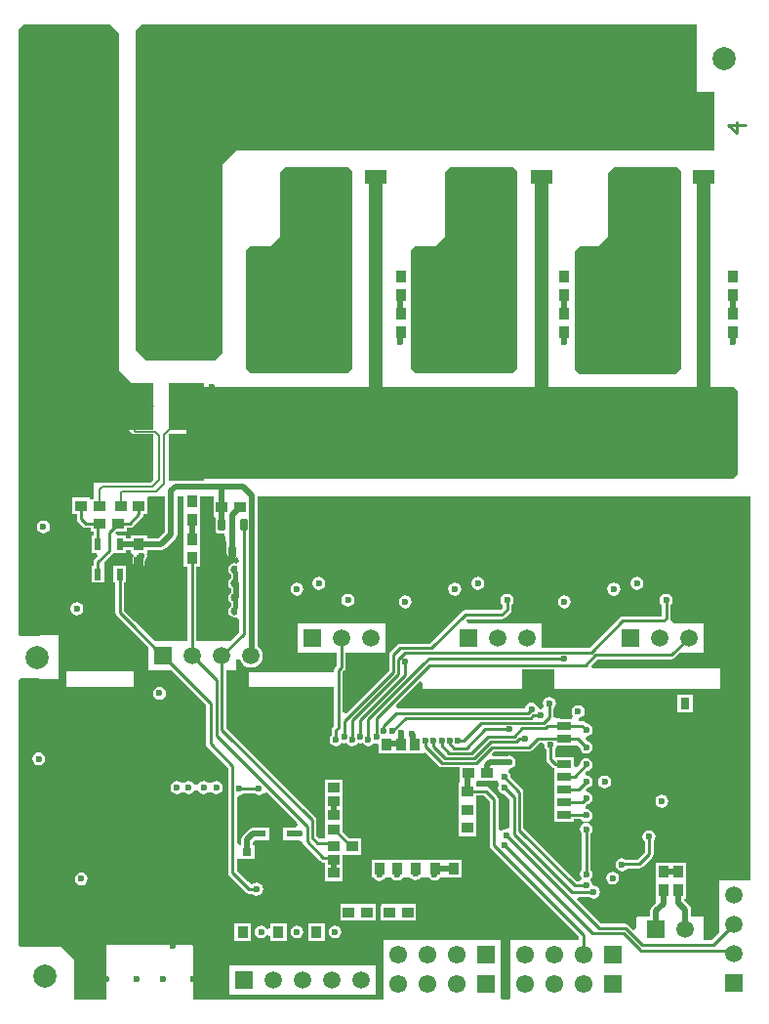
<source format=gbl>
%FSLAX44Y44*%
%MOMM*%
G71*
G01*
G75*
G04 Layer_Physical_Order=4*
G04 Layer_Color=16711680*
%ADD10R,0.9500X1.0000*%
%ADD11R,7.0000X7.0000*%
%ADD12O,0.3000X1.6500*%
%ADD13O,1.6500X0.3000*%
%ADD14R,1.3000X1.8500*%
%ADD15R,1.0000X0.9500*%
%ADD16R,1.8500X1.3000*%
G04:AMPARAMS|DCode=17|XSize=1.05mm|YSize=3.82mm|CornerRadius=0.0525mm|HoleSize=0mm|Usage=FLASHONLY|Rotation=180.000|XOffset=0mm|YOffset=0mm|HoleType=Round|Shape=RoundedRectangle|*
%AMROUNDEDRECTD17*
21,1,1.0500,3.7150,0,0,180.0*
21,1,0.9450,3.8200,0,0,180.0*
1,1,0.1050,-0.4725,1.8575*
1,1,0.1050,0.4725,1.8575*
1,1,0.1050,0.4725,-1.8575*
1,1,0.1050,-0.4725,-1.8575*
%
%ADD17ROUNDEDRECTD17*%
G04:AMPARAMS|DCode=18|XSize=7.48mm|YSize=8.55mm|CornerRadius=0.0374mm|HoleSize=0mm|Usage=FLASHONLY|Rotation=90.000|XOffset=0mm|YOffset=0mm|HoleType=Round|Shape=RoundedRectangle|*
%AMROUNDEDRECTD18*
21,1,7.4800,8.4752,0,0,90.0*
21,1,7.4052,8.5500,0,0,90.0*
1,1,0.0748,4.2376,3.7026*
1,1,0.0748,4.2376,-3.7026*
1,1,0.0748,-4.2376,-3.7026*
1,1,0.0748,-4.2376,3.7026*
%
%ADD18ROUNDEDRECTD18*%
G04:AMPARAMS|DCode=19|XSize=0.6mm|YSize=1mm|CornerRadius=0.15mm|HoleSize=0mm|Usage=FLASHONLY|Rotation=90.000|XOffset=0mm|YOffset=0mm|HoleType=Round|Shape=RoundedRectangle|*
%AMROUNDEDRECTD19*
21,1,0.6000,0.7000,0,0,90.0*
21,1,0.3000,1.0000,0,0,90.0*
1,1,0.3000,0.3500,0.1500*
1,1,0.3000,0.3500,-0.1500*
1,1,0.3000,-0.3500,-0.1500*
1,1,0.3000,-0.3500,0.1500*
%
%ADD19ROUNDEDRECTD19*%
%ADD20R,1.0000X0.6000*%
%ADD21R,2.1000X5.8000*%
%ADD22R,0.8000X0.6000*%
%ADD23R,1.6000X3.9000*%
%ADD24R,0.5000X0.6000*%
%ADD25R,0.6000X0.8000*%
%ADD26O,0.6000X1.9000*%
%ADD27R,0.6000X1.2000*%
%ADD28R,1.1500X1.4000*%
%ADD29R,1.8000X1.9000*%
%ADD30R,2.3000X1.9000*%
%ADD31R,0.4000X1.4000*%
%ADD32R,0.8000X0.8000*%
%ADD33R,1.0000X0.4000*%
%ADD34R,0.9000X1.4000*%
%ADD35R,2.2000X1.4000*%
%ADD36R,0.6500X0.4000*%
%ADD37R,1.6002X1.2700*%
%ADD38R,2.2000X1.1000*%
%ADD39C,1.2000*%
%ADD40C,0.2500*%
%ADD41C,0.2540*%
%ADD42C,0.5000*%
%ADD43C,0.4000*%
%ADD44C,1.0160*%
%ADD45C,1.1000*%
%ADD46C,0.8000*%
%ADD47C,0.7500*%
%ADD48C,0.7620*%
%ADD49C,1.0000*%
%ADD50C,0.6000*%
%ADD51C,0.2032*%
%ADD52C,0.3500*%
%ADD53C,2.0000*%
%ADD54C,1.5000*%
%ADD55R,1.5000X1.5000*%
%ADD56R,1.5500X1.5500*%
%ADD57C,1.5500*%
G04:AMPARAMS|DCode=58|XSize=1.55mm|YSize=1.55mm|CornerRadius=0.0465mm|HoleSize=0mm|Usage=FLASHONLY|Rotation=180.000|XOffset=0mm|YOffset=0mm|HoleType=Round|Shape=RoundedRectangle|*
%AMROUNDEDRECTD58*
21,1,1.5500,1.4570,0,0,180.0*
21,1,1.4570,1.5500,0,0,180.0*
1,1,0.0930,-0.7285,0.7285*
1,1,0.0930,0.7285,0.7285*
1,1,0.0930,0.7285,-0.7285*
1,1,0.0930,-0.7285,-0.7285*
%
%ADD58ROUNDEDRECTD58*%
%ADD59R,1.5000X1.5000*%
%ADD60R,0.7000X0.7000*%
%ADD61C,0.7000*%
%ADD62C,0.6000*%
%ADD63C,5.0000*%
%ADD64R,2.1590X2.7430*%
G04:AMPARAMS|DCode=65|XSize=3.1mm|YSize=4mm|CornerRadius=0.0465mm|HoleSize=0mm|Usage=FLASHONLY|Rotation=0.000|XOffset=0mm|YOffset=0mm|HoleType=Round|Shape=RoundedRectangle|*
%AMROUNDEDRECTD65*
21,1,3.1000,3.9070,0,0,0.0*
21,1,3.0070,4.0000,0,0,0.0*
1,1,0.0930,1.5035,-1.9535*
1,1,0.0930,-1.5035,-1.9535*
1,1,0.0930,-1.5035,1.9535*
1,1,0.0930,1.5035,1.9535*
%
%ADD65ROUNDEDRECTD65*%
G04:AMPARAMS|DCode=66|XSize=0.6mm|YSize=1mm|CornerRadius=0.051mm|HoleSize=0mm|Usage=FLASHONLY|Rotation=180.000|XOffset=0mm|YOffset=0mm|HoleType=Round|Shape=RoundedRectangle|*
%AMROUNDEDRECTD66*
21,1,0.6000,0.8980,0,0,180.0*
21,1,0.4980,1.0000,0,0,180.0*
1,1,0.1020,-0.2490,0.4490*
1,1,0.1020,0.2490,0.4490*
1,1,0.1020,0.2490,-0.4490*
1,1,0.1020,-0.2490,-0.4490*
%
%ADD66ROUNDEDRECTD66*%
%ADD67R,0.6000X1.0000*%
%ADD68R,1.2000X1.0000*%
%ADD69R,1.2000X0.7000*%
%ADD70R,0.8000X1.0000*%
%ADD71R,2.8000X1.0000*%
%ADD72R,1.9000X1.3000*%
G36*
X743654Y913089D02*
X743654D01*
Y898589D01*
X743697D01*
X745600Y896270D01*
X745402Y895272D01*
Y886292D01*
X745635Y885118D01*
X746301Y884122D01*
X747296Y883457D01*
X748471Y883223D01*
X753450D01*
X755363Y873610D01*
Y866782D01*
X755751Y864831D01*
X756856Y863177D01*
X758510Y862072D01*
X760461Y861684D01*
X762411Y862072D01*
X763491Y862794D01*
X764865Y862059D01*
X765594Y859149D01*
X765027Y858301D01*
X763818Y857309D01*
X762154Y857640D01*
X760008Y857213D01*
X758189Y855997D01*
X756973Y854178D01*
X756546Y852032D01*
X756973Y849886D01*
X758189Y848067D01*
X758989Y847532D01*
Y844532D01*
X758189Y843997D01*
X756973Y842178D01*
X756546Y840032D01*
X756973Y837886D01*
X758189Y836067D01*
X758989Y835532D01*
Y832532D01*
X758189Y831997D01*
X756973Y830178D01*
X756546Y828032D01*
X756973Y825886D01*
X758189Y824067D01*
X758989Y823532D01*
Y820532D01*
X758189Y819997D01*
X756973Y818178D01*
X756546Y816032D01*
X756973Y813886D01*
X758189Y812067D01*
X760008Y810851D01*
X762154Y810424D01*
X763818Y810755D01*
X765027Y809763D01*
X766137Y808102D01*
Y797622D01*
X758249Y789734D01*
X728977D01*
Y854532D01*
X732404D01*
Y868411D01*
X732404Y868411D01*
D01*
D01*
X732404Y869532D01*
Y869650D01*
Y870032D01*
X732404Y870532D01*
X732404Y871653D01*
X732404Y871653D01*
X732404D01*
Y885532D01*
D01*
Y885532D01*
X732404Y885532D01*
Y887532D01*
X732404D01*
Y901411D01*
X732404Y901411D01*
D01*
D01*
X732404Y902532D01*
Y902650D01*
Y903032D01*
X732404Y903532D01*
X732404Y904653D01*
X732404Y904653D01*
X732404D01*
Y915396D01*
X743654D01*
Y913089D01*
D02*
G37*
G36*
X654203Y1324032D02*
X661545Y1316606D01*
X661554Y1316597D01*
Y1024379D01*
Y1024278D01*
X691960Y993528D01*
X691754Y993320D01*
Y974899D01*
X677955D01*
X676029Y976825D01*
X674866Y977602D01*
X673494Y977875D01*
X672122Y977602D01*
X670959Y976825D01*
X670182Y975662D01*
X669909Y974290D01*
X670182Y972919D01*
X670959Y971756D01*
X673936Y968779D01*
X675099Y968002D01*
X676470Y967729D01*
X691754D01*
Y929976D01*
X688889Y927111D01*
X647648D01*
X647244Y927031D01*
X640153D01*
Y912932D01*
X636653D01*
Y914281D01*
X621653D01*
Y912932D01*
Y899781D01*
X625330D01*
Y896032D01*
X625330Y896032D01*
X625330D01*
X625620Y894568D01*
X626449Y893328D01*
X630450Y889327D01*
X631691Y888498D01*
X633154Y888207D01*
X637653D01*
Y884781D01*
X639829D01*
Y881531D01*
X638153D01*
Y866531D01*
X642326D01*
X643474Y863759D01*
X640949Y861234D01*
X640120Y859994D01*
X639829Y858531D01*
Y855531D01*
X638153D01*
Y840531D01*
X649153D01*
Y855531D01*
X649153D01*
X649153Y858624D01*
X655856Y865327D01*
X656685Y866567D01*
D01*
X656697Y866575D01*
X657153Y866531D01*
X657153Y866531D01*
X664518Y866531D01*
X664518Y866531D01*
Y866531D01*
X668153D01*
Y868933D01*
X671903D01*
Y866531D01*
X673131D01*
X674545Y863885D01*
X674443Y863732D01*
X674055Y861781D01*
Y858031D01*
X674443Y856080D01*
X675548Y854426D01*
X677202Y853321D01*
X679153Y852933D01*
X681104Y853321D01*
X682758Y854426D01*
X683863Y856080D01*
X684251Y858031D01*
Y859669D01*
X684759Y860177D01*
X685864Y861831D01*
X686252Y863782D01*
X685864Y865733D01*
X686290Y866531D01*
X686403D01*
Y868933D01*
X698615D01*
X700566Y869321D01*
X702220Y870426D01*
X710759Y878964D01*
X711864Y880618D01*
X712252Y882569D01*
Y915396D01*
X717904D01*
Y904653D01*
X717904Y904653D01*
X717904D01*
X717904Y903532D01*
Y902532D01*
D01*
D01*
D01*
X717904D01*
D01*
Y887532D01*
X717904Y887532D01*
X717904Y885532D01*
X717904D01*
Y871653D01*
X717904Y871653D01*
X717904D01*
X717904Y870532D01*
Y869532D01*
D01*
D01*
X717904D01*
Y854532D01*
X721331D01*
Y789734D01*
X692859D01*
X675358Y807236D01*
X666476Y816117D01*
Y840531D01*
X668153D01*
Y855531D01*
X657153D01*
Y840531D01*
X658829D01*
Y814533D01*
X658829Y814533D01*
X658829D01*
X659120Y813070D01*
X659949Y811830D01*
X669950Y801828D01*
X687454Y784325D01*
Y764332D01*
X707447D01*
X737331Y734448D01*
Y701060D01*
X737330Y701060D01*
X737331D01*
X737622Y699597D01*
X738450Y698356D01*
X756637Y680170D01*
Y589032D01*
X756637Y589032D01*
X756637D01*
X756928Y587569D01*
X757757Y586328D01*
X771757Y572328D01*
X772997Y571500D01*
X774461Y571209D01*
X777094D01*
X777189Y571067D01*
X779008Y569851D01*
X781154Y569424D01*
X783300Y569851D01*
X785119Y571067D01*
X786335Y572886D01*
X786762Y575032D01*
X786335Y577178D01*
X785119Y578997D01*
X783300Y580213D01*
X781154Y580640D01*
X779008Y580213D01*
X777189Y578997D01*
X773313Y581587D01*
X764284Y590616D01*
Y601382D01*
X767154D01*
Y601382D01*
X779154D01*
Y613382D01*
X778252D01*
Y615920D01*
X779864Y617532D01*
X792154D01*
Y628532D01*
X779154D01*
Y628130D01*
X778154D01*
X776203Y627742D01*
X774549Y626637D01*
X769549Y621637D01*
X768444Y619983D01*
X768056Y618032D01*
Y613382D01*
X767154Y613382D01*
Y613382D01*
X766405D01*
X764284Y615503D01*
Y654890D01*
X766154Y656424D01*
X768300Y656851D01*
X770119Y658067D01*
X770214Y658209D01*
X779094D01*
X779189Y658067D01*
X781008Y656851D01*
X783154Y656424D01*
X785300Y656851D01*
X787119Y658067D01*
X787309Y658350D01*
X790294Y658644D01*
X816324Y632615D01*
X816675Y630851D01*
X814771Y628532D01*
X804154D01*
Y617532D01*
X817154D01*
Y617532D01*
X817243Y617605D01*
X818154Y617424D01*
X818154Y617424D01*
X818154Y617424D01*
X819665Y616843D01*
X821143Y615856D01*
X821344Y614847D01*
X822172Y613606D01*
X836450Y599328D01*
X837691Y598500D01*
X839154Y598209D01*
X840654D01*
Y593463D01*
X840654D01*
Y581782D01*
X855654D01*
Y596282D01*
X855654D01*
Y604782D01*
X855654Y604782D01*
X856654D01*
Y604782D01*
X871654D01*
Y619282D01*
X861311D01*
X855654Y624939D01*
Y631782D01*
X855654D01*
Y643782D01*
Y655782D01*
Y670282D01*
X840654D01*
Y655782D01*
Y643782D01*
Y634282D01*
X840654D01*
Y619782D01*
X840654D01*
Y619702D01*
Y619782D01*
D01*
D01*
D01*
Y619782D01*
Y619282D01*
X840654Y618855D01*
X835738D01*
X832977Y621616D01*
Y635032D01*
X832686Y636495D01*
X831858Y637736D01*
X754777Y714816D01*
Y764332D01*
X763654D01*
Y774032D01*
X766611Y774421D01*
X767619Y771989D01*
X769222Y769900D01*
X771311Y768297D01*
X773744Y767289D01*
X776354Y766946D01*
X778964Y767289D01*
X781397Y768297D01*
X783486Y769900D01*
X785089Y771989D01*
X786097Y774421D01*
X786440Y777032D01*
X786097Y779642D01*
X785089Y782075D01*
X783486Y784164D01*
X782337Y785046D01*
Y915396D01*
X1209839D01*
Y582932D01*
X1207854D01*
Y582932D01*
X1182454D01*
Y537539D01*
X1175693Y530778D01*
X1168744D01*
Y551132D01*
X1158242D01*
Y557032D01*
X1157854Y558983D01*
X1156749Y560637D01*
X1151842Y565544D01*
Y566532D01*
X1153994D01*
Y580411D01*
X1153994Y580411D01*
D01*
D01*
X1153994Y581532D01*
Y581650D01*
Y582032D01*
X1153994Y582532D01*
X1153994Y583653D01*
X1153994Y583653D01*
X1153994D01*
Y597532D01*
X1127144D01*
Y583653D01*
X1127144Y583653D01*
X1127144D01*
X1127144Y582532D01*
Y581532D01*
D01*
D01*
X1127144D01*
Y566532D01*
X1127144D01*
X1127144Y562642D01*
X1124139Y559637D01*
X1123034Y557983D01*
X1122646Y556032D01*
Y551132D01*
X1111086D01*
X1110744Y550790D01*
Y540970D01*
X1107972Y539822D01*
X1103659Y544136D01*
X1102419Y544964D01*
X1100956Y545255D01*
X1080020D01*
X1059367Y565909D01*
X1060515Y568680D01*
X1069566D01*
X1069661Y568539D01*
X1071480Y567323D01*
X1073626Y566896D01*
X1075772Y567323D01*
X1077591Y568539D01*
X1078807Y570358D01*
X1079234Y572504D01*
X1078807Y574650D01*
X1077591Y576469D01*
X1075772Y577685D01*
X1075772D01*
X1073626Y578112D01*
D01*
D01*
D01*
X1073626Y578112D01*
D01*
D01*
D01*
X1072762Y578032D01*
X1072762D01*
X1072762Y578032D01*
X1072335Y580178D01*
X1071925Y580792D01*
X1071924Y580792D01*
X1071412Y581559D01*
X1071119Y581997D01*
Y584067D01*
X1072335Y585886D01*
X1072762Y588032D01*
X1072335Y590178D01*
X1071119Y591997D01*
X1070977Y592092D01*
Y622972D01*
X1071119Y623067D01*
X1072335Y624886D01*
X1072762Y627032D01*
X1072335Y629178D01*
X1071119Y630997D01*
X1069300Y632213D01*
X1067154Y632640D01*
X1065008Y632213D01*
X1063189Y630997D01*
X1061973Y629178D01*
X1061546Y627032D01*
X1061973Y624886D01*
X1063189Y623067D01*
X1063331Y622972D01*
Y592092D01*
X1063189Y591997D01*
X1061973Y590178D01*
X1061546Y588032D01*
X1061973Y585886D01*
X1062898Y584501D01*
X1061484Y581855D01*
X1058738D01*
X1012755Y627838D01*
Y659254D01*
X1012464Y660717D01*
X1011636Y661958D01*
X1001729Y671865D01*
X1001762Y672032D01*
X1001335Y674178D01*
X1000119Y675997D01*
X999548Y676379D01*
X1000154Y679424D01*
X1002300Y679851D01*
X1004119Y681067D01*
X1005335Y682886D01*
X1005762Y685032D01*
X1005335Y687178D01*
X1004119Y688997D01*
X1002300Y690213D01*
X1000154Y690640D01*
X998008Y690213D01*
X997884Y690130D01*
X986551D01*
X985403Y692902D01*
X986738Y694237D01*
X1017154D01*
X1018617Y694528D01*
X1019858Y695356D01*
X1026394Y701893D01*
X1029390Y701745D01*
X1030796Y700032D01*
X1031223Y697886D01*
X1032439Y696067D01*
X1032581Y695972D01*
Y687532D01*
X1032872Y686069D01*
X1033700Y684828D01*
X1037500Y681028D01*
X1038741Y680200D01*
X1039454Y680058D01*
Y677732D01*
Y666732D01*
Y655732D01*
Y644732D01*
Y633732D01*
X1056454D01*
Y635909D01*
X1062626D01*
X1063189Y635067D01*
X1065008Y633851D01*
X1067154Y633424D01*
X1069300Y633851D01*
X1071119Y635067D01*
X1072335Y636886D01*
X1072762Y639032D01*
X1072335Y641178D01*
X1071119Y642997D01*
X1069300Y644213D01*
X1067154Y644640D01*
X1066625Y644534D01*
X1066460Y644933D01*
X1067154Y648424D01*
X1069300Y648851D01*
X1071119Y650067D01*
X1072335Y651886D01*
X1072762Y654032D01*
X1072335Y656178D01*
X1071119Y657997D01*
X1069300Y659213D01*
X1067154Y659640D01*
X1066818Y661331D01*
X1066877Y661032D01*
X1067154Y662424D01*
X1069300Y662851D01*
X1071119Y664067D01*
X1072335Y665886D01*
X1072762Y668032D01*
X1072335Y670178D01*
X1071119Y671997D01*
X1069300Y673213D01*
X1067154Y673640D01*
X1066755Y675648D01*
X1066778Y675532D01*
X1067154Y677424D01*
X1069300Y677851D01*
X1071119Y679067D01*
X1072335Y680886D01*
X1072762Y683032D01*
X1072335Y685178D01*
X1071119Y686997D01*
X1069300Y688213D01*
X1067154Y688640D01*
X1065008Y688213D01*
X1063189Y686997D01*
X1061973Y685178D01*
X1061546Y683032D01*
X1061580Y682865D01*
X1059226Y680511D01*
X1056454Y681659D01*
Y689732D01*
X1040228D01*
Y695972D01*
X1040369Y696067D01*
X1041585Y697886D01*
X1041952Y699732D01*
X1056454D01*
Y699732D01*
X1060047Y699732D01*
X1061580Y698199D01*
X1061546Y698032D01*
X1061973Y695886D01*
X1063189Y694067D01*
X1065008Y692851D01*
X1067154Y692424D01*
X1069300Y692851D01*
X1071119Y694067D01*
X1072335Y695886D01*
X1072762Y698032D01*
X1072335Y700178D01*
X1071119Y701997D01*
X1069300Y703213D01*
X1067154Y703640D01*
X1066778Y705532D01*
X1067154Y707424D01*
X1069300Y707851D01*
X1071119Y709067D01*
X1072335Y710886D01*
X1072762Y713032D01*
X1072335Y715178D01*
X1071119Y716997D01*
X1069300Y718213D01*
X1067154Y718640D01*
X1066987Y718606D01*
X1066158Y719436D01*
X1064917Y720264D01*
X1063454Y720555D01*
X1061035D01*
X1060741Y723541D01*
X1062300Y723851D01*
X1064119Y725067D01*
X1065335Y726886D01*
X1065762Y729032D01*
X1065335Y731178D01*
X1064119Y732997D01*
X1062300Y734213D01*
X1060154Y734640D01*
X1058008Y734213D01*
X1056189Y732997D01*
X1054973Y731178D01*
X1054546Y729032D01*
X1054973Y726886D01*
X1055981Y725378D01*
X1054567Y722732D01*
X1046770D01*
X1038977Y724282D01*
D01*
Y731972D01*
X1039119Y732067D01*
X1040335Y733886D01*
X1040762Y736032D01*
X1040335Y738178D01*
X1039119Y739997D01*
X1037300Y741213D01*
X1035154Y741640D01*
X1033008Y741213D01*
X1031189Y739997D01*
X1029973Y738178D01*
X1029546Y736032D01*
X1029973Y733886D01*
X1030267Y733446D01*
X1028917Y731426D01*
X1027654Y731140D01*
X1027654Y731140D01*
Y731140D01*
X1027447Y731099D01*
X1024953Y732765D01*
X1024835Y733358D01*
X1023619Y735177D01*
X1021800Y736393D01*
X1019654Y736820D01*
X1017508Y736393D01*
X1015689Y735177D01*
X1014473Y733358D01*
X1014136Y731661D01*
X903110D01*
X901962Y734433D01*
X922632Y755103D01*
X925404Y753955D01*
Y749032D01*
X1011154D01*
Y765209D01*
X1039875D01*
X1039904Y748932D01*
X1183154D01*
Y766032D01*
X1072756D01*
X1071608Y768804D01*
X1077013Y774209D01*
X1140954D01*
X1142417Y774500D01*
X1143658Y775328D01*
X1143658Y775328D01*
X1143658Y775328D01*
X1148661Y780332D01*
X1168655D01*
Y805732D01*
X1168653Y805734D01*
X1143266D01*
X1140448Y807617D01*
X1140090Y808053D01*
X1140348Y809350D01*
Y821486D01*
X1140469Y821567D01*
X1141685Y823386D01*
X1142112Y825532D01*
X1141685Y827678D01*
X1140469Y829497D01*
X1138650Y830713D01*
X1136504Y831140D01*
X1134358Y830713D01*
X1132539Y829497D01*
X1131323Y827678D01*
X1130896Y825532D01*
X1131323Y823386D01*
X1132539Y821567D01*
X1132660Y821486D01*
Y811376D01*
X1098851D01*
X1097380Y811083D01*
X1096133Y810250D01*
X1096133Y810250D01*
X1069759Y783876D01*
X1028654D01*
Y805732D01*
X1028652Y805734D01*
X964259D01*
X963111Y808505D01*
X963746Y809140D01*
X994106D01*
X994106Y809140D01*
X995333Y809384D01*
X995577Y809433D01*
X996824Y810266D01*
X1001222Y814664D01*
X1001222Y814664D01*
X1001222Y814664D01*
X1002055Y815911D01*
X1002104Y816155D01*
X1002348Y817382D01*
X1002348Y817382D01*
Y821486D01*
X1002469Y821567D01*
X1003685Y823386D01*
X1004112Y825532D01*
X1003685Y827678D01*
X1002469Y829497D01*
X1000650Y830713D01*
X998504Y831140D01*
X996358Y830713D01*
X994539Y829497D01*
X993323Y827678D01*
X992896Y825532D01*
X993323Y823386D01*
X994539Y821567D01*
X994660Y821486D01*
Y818974D01*
X992514Y816828D01*
X962154D01*
X962154Y816828D01*
X960927Y816584D01*
X960683Y816535D01*
X959436Y815702D01*
X931610Y787876D01*
X905836D01*
X905836Y787876D01*
X904609Y787632D01*
X904365Y787583D01*
X903118Y786750D01*
X897118Y780750D01*
X896285Y779503D01*
X896236Y779259D01*
X895992Y778032D01*
X895992Y778032D01*
Y764663D01*
X858749Y727420D01*
X855977Y728568D01*
Y763448D01*
X857258Y764728D01*
X858086Y765969D01*
X858377Y767432D01*
Y780332D01*
X892654D01*
Y805732D01*
X892652Y805734D01*
X816456D01*
X816454Y805732D01*
Y780332D01*
X850731D01*
Y769016D01*
X849450Y767736D01*
X848622Y766495D01*
X848331Y765032D01*
Y763032D01*
X774154D01*
Y750032D01*
X848331D01*
Y716366D01*
X847450Y715486D01*
X846622Y714245D01*
X846331Y712782D01*
Y708592D01*
X846189Y708497D01*
X844973Y706678D01*
X844546Y704532D01*
X844973Y702386D01*
X846189Y700567D01*
X848008Y699351D01*
X850154Y698924D01*
X852300Y699351D01*
X854119Y700567D01*
X854973Y701844D01*
X855008Y701851D01*
Y701851D01*
X855008Y701851D01*
X857154Y701424D01*
X859300Y701851D01*
X859300Y701851D01*
X859300Y701851D01*
X859335Y701844D01*
X860188Y700567D01*
X862007Y699351D01*
X864153Y698924D01*
X866299Y699351D01*
X868119Y700567D01*
X868987Y701865D01*
X869008Y701851D01*
X871154Y701424D01*
X873300Y701851D01*
X873300Y701851D01*
X873300Y701851D01*
X873335Y701844D01*
X874188Y700567D01*
X876007Y699351D01*
X878153Y698924D01*
X880299Y699351D01*
X882119Y700567D01*
X882323Y700872D01*
X885290Y701312D01*
X886904Y699988D01*
Y692532D01*
X925404D01*
X925404Y692532D01*
Y692532D01*
X927839Y693540D01*
X939606Y681772D01*
X940847Y680944D01*
X942310Y680653D01*
X957654D01*
Y668782D01*
X957654D01*
Y668282D01*
X956654Y667282D01*
X956654D01*
Y653403D01*
X956654Y653403D01*
X956654D01*
X956654Y652782D01*
X956654Y651282D01*
D01*
D01*
D01*
D01*
X956654D01*
Y637403D01*
X956654Y637403D01*
X956654D01*
X956654Y636782D01*
Y635282D01*
D01*
D01*
D01*
D01*
X956654D01*
Y620782D01*
X971654D01*
Y634661D01*
X971654Y634661D01*
D01*
D01*
X971654Y635282D01*
Y635547D01*
Y636032D01*
Y636228D01*
Y636782D01*
X971654Y637231D01*
X971654Y637403D01*
X971654Y637403D01*
X971654D01*
Y650661D01*
X971654Y650661D01*
D01*
D01*
X971654Y651282D01*
Y651464D01*
X971654Y652782D01*
X971654Y653231D01*
X971654Y653403D01*
X971654Y653403D01*
X971654D01*
Y656208D01*
X978320D01*
X983331Y651198D01*
Y613293D01*
X983331Y613293D01*
X983331D01*
X983622Y611830D01*
X984450Y610589D01*
X1061031Y534009D01*
Y531032D01*
X1001354D01*
Y480632D01*
X1001354D01*
D01*
X1000068Y479347D01*
X994640D01*
X992954Y481032D01*
X992954Y481468D01*
X992954Y481468D01*
X992954D01*
Y531432D01*
X891354D01*
Y481468D01*
X891354Y481468D01*
X891354D01*
X891354Y480632D01*
X890068Y479347D01*
X726154D01*
Y526032D01*
X725654Y526532D01*
X651154D01*
Y479347D01*
X622521D01*
Y482290D01*
X622521Y514464D01*
X611831Y525154D01*
X583865D01*
X577817Y525260D01*
X577240Y524684D01*
X574468Y525832D01*
Y755844D01*
X576619Y757936D01*
X609154Y757032D01*
Y795032D01*
X576619Y794128D01*
X574468Y796220D01*
X574468Y912932D01*
Y1319927D01*
X578527Y1324032D01*
X654203D01*
Y1324032D01*
D02*
G37*
G36*
X988654Y668782D02*
X990199D01*
X991613Y666136D01*
X990973Y665178D01*
X990546Y663032D01*
X990973Y660886D01*
X992189Y659067D01*
X994008Y657851D01*
X996154Y657424D01*
X996321Y657458D01*
X1000831Y652948D01*
Y629298D01*
X998512Y627395D01*
X997974Y627502D01*
X995828Y627075D01*
X994009Y625859D01*
X993848Y625619D01*
X990977Y626490D01*
Y652782D01*
X990686Y654245D01*
X989858Y655486D01*
X982608Y662736D01*
X981367Y663564D01*
X979904Y663855D01*
X971654D01*
Y667282D01*
X971654D01*
Y667782D01*
X972654Y668782D01*
X972654D01*
D01*
D01*
X973654D01*
Y668782D01*
X988654D01*
Y668782D01*
D02*
G37*
G36*
X763420Y855309D02*
X763521D01*
X763618Y855279D01*
D01*
X764343Y855001D01*
Y855001D01*
D01*
X766137Y836779D01*
Y831284D01*
X764343Y813063D01*
X763618Y812785D01*
D01*
X763521Y812755D01*
X763420D01*
X762154Y812503D01*
X760804Y812772D01*
X759659Y813537D01*
X758894Y814682D01*
X758625Y816032D01*
X758894Y817382D01*
X759659Y818527D01*
X760122Y818837D01*
X760264Y818978D01*
X760431Y819090D01*
X760543Y819257D01*
X760685Y819399D01*
X760761Y819585D01*
X760873Y819752D01*
X760912Y819949D01*
X760989Y820134D01*
Y820335D01*
X761028Y820532D01*
Y823532D01*
X760989Y823729D01*
Y823930D01*
X760912Y824115D01*
X760873Y824312D01*
X760761Y824479D01*
X760685Y824665D01*
X760543Y824807D01*
X760431Y824974D01*
X760264Y825086D01*
X760122Y825228D01*
X759659Y825537D01*
X758894Y826682D01*
X758625Y828032D01*
X758894Y829382D01*
X759659Y830527D01*
X760122Y830836D01*
X760264Y830978D01*
X760431Y831090D01*
X760543Y831257D01*
X760685Y831399D01*
X760761Y831585D01*
X760873Y831752D01*
X760912Y831949D01*
X760989Y832134D01*
Y832335D01*
X761028Y832532D01*
Y835532D01*
X760989Y835729D01*
Y835930D01*
X760912Y836115D01*
X760873Y836312D01*
X760761Y836479D01*
X760685Y836665D01*
X760543Y836807D01*
X760431Y836974D01*
X760264Y837086D01*
X760122Y837227D01*
X759659Y837537D01*
X758894Y838682D01*
X758625Y840032D01*
X758894Y841382D01*
X759659Y842527D01*
X760122Y842837D01*
X760264Y842978D01*
X760431Y843090D01*
X760543Y843257D01*
X760685Y843399D01*
X760761Y843585D01*
X760873Y843752D01*
X760912Y843949D01*
X760989Y844134D01*
Y844335D01*
X761028Y844532D01*
Y847532D01*
X760989Y847729D01*
Y847930D01*
X760912Y848115D01*
X760873Y848312D01*
X760761Y848479D01*
X760685Y848665D01*
X760543Y848807D01*
X760431Y848974D01*
X760264Y849086D01*
X760122Y849228D01*
X759659Y849537D01*
X758894Y850682D01*
X758625Y852032D01*
X758894Y853382D01*
X759659Y854527D01*
X760804Y855292D01*
X762154Y855561D01*
X763420Y855309D01*
D02*
G37*
G36*
X702056Y884681D02*
X696504Y879129D01*
X686403D01*
Y881531D01*
X671903D01*
Y879129D01*
X668153D01*
Y881531D01*
X659980D01*
X658832Y884302D01*
X659310Y884781D01*
X668653D01*
Y888207D01*
X671153D01*
X672616Y888498D01*
X673857Y889327D01*
X681857Y897327D01*
X682685Y898567D01*
X682927Y899781D01*
X686653D01*
Y913275D01*
X686653Y913275D01*
D01*
D01*
X686653Y914281D01*
D01*
X687768Y915396D01*
X702056D01*
Y884681D01*
D02*
G37*
G36*
X1007154Y1197098D02*
Y1026087D01*
X1007031Y1025966D01*
X1003031Y1022032D01*
X919154D01*
X915198Y1025923D01*
Y1026009D01*
Y1128465D01*
X919154Y1132356D01*
X936169D01*
X944305Y1140358D01*
Y1186665D01*
Y1191295D01*
Y1194049D01*
Y1194372D01*
Y1194442D01*
Y1194541D01*
Y1195771D01*
X945654Y1197098D01*
X949654Y1201032D01*
X1003154D01*
X1007154Y1197098D01*
D02*
G37*
G36*
X1163154Y1266032D02*
X1178154D01*
Y1215532D01*
X1177960Y1215344D01*
X1094659D01*
X1094659Y1215344D01*
X813548D01*
X813457Y1215432D01*
X764894D01*
X764803Y1215344D01*
X764686D01*
X751995Y1203032D01*
Y1041032D01*
X751995Y1041032D01*
X751995Y1041032D01*
X751995Y1039910D01*
X744905Y1033032D01*
X685356D01*
X676154Y1041958D01*
Y1043032D01*
Y1319287D01*
X676170Y1319302D01*
X681489Y1324462D01*
Y1324718D01*
X1163154D01*
Y1266032D01*
D02*
G37*
G36*
X864154Y1197098D02*
Y1026087D01*
X864031Y1025966D01*
X860031Y1022032D01*
X776154D01*
X772197Y1025923D01*
Y1026009D01*
Y1128465D01*
X776154Y1132356D01*
X793169D01*
X801305Y1140358D01*
Y1186665D01*
Y1191295D01*
Y1194049D01*
Y1194372D01*
Y1194442D01*
Y1194541D01*
Y1195771D01*
X802654Y1197098D01*
X806654Y1201032D01*
X860154D01*
X864154Y1197098D01*
D02*
G37*
G36*
X1198954Y1006409D02*
Y934894D01*
Y934598D01*
X1195154Y930926D01*
X1195048Y931028D01*
X720205D01*
Y931030D01*
X720154Y931079D01*
Y1009716D01*
X720381Y1009812D01*
Y1009812D01*
X720382Y1009812D01*
X1195433D01*
X1198954Y1006409D01*
D02*
G37*
G36*
X1149154Y1197089D02*
Y1025713D01*
X1149031Y1025592D01*
X1145031Y1021650D01*
X1061154D01*
X1057197Y1025549D01*
Y1025635D01*
Y1128310D01*
X1061154Y1132209D01*
X1078169D01*
X1086305Y1140228D01*
Y1186635D01*
Y1191274D01*
Y1194034D01*
Y1194358D01*
Y1194428D01*
Y1194527D01*
Y1195760D01*
X1087654Y1197089D01*
X1091654Y1201032D01*
X1145154D01*
X1149154Y1197089D01*
D02*
G37*
%LPC*%
G36*
X943404Y600532D02*
Y600532D01*
X928904D01*
D01*
D01*
X928904Y600532D01*
X926404D01*
Y600532D01*
X912525D01*
X912525Y600532D01*
Y600532D01*
X911904Y600532D01*
X911154D01*
X910404D01*
X909783Y600532D01*
X909783Y600532D01*
Y600532D01*
X897525D01*
X897525Y600532D01*
Y600532D01*
X895904Y600532D01*
X895654D01*
X895404D01*
X893783Y600532D01*
X893783Y600532D01*
Y600532D01*
X880904D01*
Y585532D01*
X882444D01*
X882473Y585386D01*
X883689Y583567D01*
X885508Y582351D01*
X887654Y581924D01*
X889800Y582351D01*
X891619Y583567D01*
X892835Y585386D01*
X892864Y585532D01*
X895404D01*
Y585532D01*
X895904D01*
X897525Y585532D01*
X897525Y585532D01*
Y585532D01*
X898210D01*
X899189Y584067D01*
X901008Y582851D01*
X903154Y582424D01*
X905300Y582851D01*
X907119Y584067D01*
X908098Y585532D01*
X910404D01*
Y585532D01*
X911904D01*
X912525Y585532D01*
X912525Y585532D01*
Y585532D01*
X914544D01*
X915189Y584567D01*
X917008Y583351D01*
X919154Y582924D01*
X921300Y583351D01*
X923119Y584567D01*
X923764Y585532D01*
X926404D01*
Y585532D01*
X926404D01*
X926404Y585532D01*
X928904D01*
Y585532D01*
X930710D01*
X931689Y584067D01*
X933508Y582851D01*
X935654Y582424D01*
X937800Y582851D01*
X939619Y584067D01*
X940598Y585532D01*
X943404D01*
Y585532D01*
X943404D01*
X943404Y585532D01*
X944904D01*
Y585532D01*
X959404D01*
Y600532D01*
X944904D01*
D01*
D01*
X944904Y600532D01*
X943404D01*
D02*
G37*
G36*
X1090154Y590140D02*
X1088008Y589713D01*
X1086189Y588497D01*
X1084973Y586678D01*
X1084546Y584532D01*
X1084973Y582386D01*
X1086189Y580567D01*
X1088008Y579351D01*
X1090154Y578924D01*
X1092300Y579351D01*
X1094119Y580567D01*
X1095335Y582386D01*
X1095762Y584532D01*
X1095335Y586678D01*
X1094119Y588497D01*
X1092300Y589713D01*
X1090154Y590140D01*
D02*
G37*
G36*
X1121694Y626140D02*
X1119548Y625713D01*
X1117729Y624497D01*
X1116513Y622678D01*
X1116086Y620532D01*
X1116513Y618386D01*
X1117729Y616567D01*
X1117871Y616472D01*
Y606816D01*
X1111910Y600855D01*
X1101209D01*
X1100300Y601463D01*
X1098154Y601890D01*
X1096008Y601463D01*
X1094189Y600247D01*
X1092973Y598428D01*
X1092546Y596282D01*
X1092973Y594136D01*
X1094189Y592317D01*
X1096008Y591101D01*
X1098154Y590674D01*
X1100300Y591101D01*
X1102119Y592317D01*
X1102715Y593209D01*
X1113494D01*
X1114957Y593500D01*
X1116198Y594328D01*
X1124398Y602528D01*
X1125226Y603769D01*
X1125517Y605232D01*
Y616472D01*
X1125659Y616567D01*
X1126875Y618386D01*
X1127302Y620532D01*
X1126875Y622678D01*
X1125659Y624497D01*
X1123840Y625713D01*
X1121694Y626140D01*
D02*
G37*
G36*
X746154Y668640D02*
X744008Y668213D01*
X742189Y666997D01*
X742154Y666945D01*
X739154D01*
X739119Y666997D01*
X737300Y668213D01*
X735154Y668640D01*
X733008Y668213D01*
X731189Y666997D01*
X730154Y665449D01*
X727154D01*
X726119Y666997D01*
X724300Y668213D01*
X722154Y668640D01*
X720008Y668213D01*
X718189Y666997D01*
X716119D01*
X714300Y668213D01*
X712154Y668640D01*
X710008Y668213D01*
X708189Y666997D01*
X706973Y665178D01*
X706546Y663032D01*
X706973Y660886D01*
X708189Y659067D01*
X710008Y657851D01*
X712154Y657424D01*
X714300Y657851D01*
X716119Y659067D01*
X718189D01*
X720008Y657851D01*
X722154Y657424D01*
X724300Y657851D01*
X726119Y659067D01*
X727154Y660615D01*
X730154D01*
X731189Y659067D01*
X733008Y657851D01*
X735154Y657424D01*
X737300Y657851D01*
X739119Y659067D01*
X739154Y659119D01*
X742154D01*
X742189Y659067D01*
X744008Y657851D01*
X746154Y657424D01*
X748300Y657851D01*
X750119Y659067D01*
X751335Y660886D01*
X751762Y663032D01*
X751335Y665178D01*
X750119Y666997D01*
X748300Y668213D01*
X746154Y668640D01*
D02*
G37*
G36*
X1083154Y673640D02*
X1081008Y673213D01*
X1079189Y671997D01*
X1077973Y670178D01*
X1077546Y668032D01*
X1077973Y665886D01*
X1079189Y664067D01*
X1081008Y662851D01*
X1083154Y662424D01*
X1085300Y662851D01*
X1087119Y664067D01*
X1088335Y665886D01*
X1088762Y668032D01*
X1088335Y670178D01*
X1087119Y671997D01*
X1085300Y673213D01*
X1083154Y673640D01*
D02*
G37*
G36*
X1132744Y656752D02*
X1130598Y656325D01*
X1128779Y655109D01*
X1127563Y653290D01*
X1127136Y651144D01*
X1127563Y648998D01*
X1128779Y647179D01*
X1130598Y645963D01*
X1132744Y645536D01*
X1134890Y645963D01*
X1136709Y647179D01*
X1137925Y648998D01*
X1138352Y651144D01*
X1137925Y653290D01*
X1136709Y655109D01*
X1134890Y656325D01*
X1132744Y656752D01*
D02*
G37*
G36*
X629154Y589640D02*
X627008Y589213D01*
X625189Y587997D01*
X623973Y586178D01*
X623546Y584032D01*
X623973Y581886D01*
X625189Y580067D01*
X627008Y578851D01*
X629154Y578424D01*
X631300Y578851D01*
X633119Y580067D01*
X634335Y581886D01*
X634762Y584032D01*
X634335Y586178D01*
X633119Y587997D01*
X631300Y589213D01*
X629154Y589640D01*
D02*
G37*
G36*
X840404Y545532D02*
X825904D01*
Y530532D01*
X840404D01*
Y545532D01*
D02*
G37*
G36*
X816154Y543640D02*
X814008Y543213D01*
X812189Y541997D01*
X810973Y540178D01*
X810546Y538032D01*
X810973Y535886D01*
X812189Y534067D01*
X814008Y532851D01*
X816154Y532424D01*
X818300Y532851D01*
X820119Y534067D01*
X821335Y535886D01*
X821762Y538032D01*
X821335Y540178D01*
X820119Y541997D01*
X818300Y543213D01*
X816154Y543640D01*
D02*
G37*
G36*
X884454Y508731D02*
X884453Y508730D01*
X757456D01*
Y483334D01*
X757457Y483335D01*
X884454D01*
Y508731D01*
D02*
G37*
G36*
X776404Y545532D02*
X761904D01*
Y530532D01*
X776404D01*
Y545532D01*
D02*
G37*
G36*
X870775Y562282D02*
Y562282D01*
X869654Y562282D01*
X869154D01*
X868654D01*
X867533Y562282D01*
X867533Y562282D01*
Y562282D01*
X853654D01*
Y547782D01*
X868654D01*
Y547782D01*
X869654D01*
X870775Y547782D01*
X870775Y547782D01*
Y547782D01*
X884654D01*
Y562282D01*
X870775D01*
X870775Y562282D01*
D02*
G37*
G36*
X905775D02*
Y562282D01*
X904654Y562282D01*
X904154D01*
X903654D01*
X902533Y562282D01*
X902533Y562282D01*
Y562282D01*
X888654D01*
Y547782D01*
X903654D01*
Y547782D01*
X904654D01*
X905775Y547782D01*
X905775Y547782D01*
Y547782D01*
X919654D01*
Y562282D01*
X905775D01*
X905775Y562282D01*
D02*
G37*
G36*
X849154Y543640D02*
X847008Y543213D01*
X845189Y541997D01*
X843973Y540178D01*
X843546Y538032D01*
X843973Y535886D01*
X845189Y534067D01*
X847008Y532851D01*
X849154Y532424D01*
X851300Y532851D01*
X853119Y534067D01*
X854335Y535886D01*
X854762Y538032D01*
X854335Y540178D01*
X853119Y541997D01*
X851300Y543213D01*
X849154Y543640D01*
D02*
G37*
G36*
X807404Y545532D02*
X792904D01*
Y541500D01*
X790033Y540630D01*
X789119Y541997D01*
X787300Y543213D01*
X785154Y543640D01*
X783008Y543213D01*
X781189Y541997D01*
X779973Y540178D01*
X779546Y538032D01*
X779973Y535886D01*
X781189Y534067D01*
X783008Y532851D01*
X785154Y532424D01*
X787300Y532851D01*
X789119Y534067D01*
X790033Y535434D01*
X792904Y534564D01*
Y530532D01*
X807404D01*
Y545532D01*
D02*
G37*
G36*
X1091154Y840640D02*
X1089008Y840213D01*
X1087189Y838997D01*
X1085973Y837178D01*
X1085546Y835032D01*
X1085973Y832886D01*
X1087189Y831067D01*
X1089008Y829851D01*
X1091154Y829424D01*
X1093300Y829851D01*
X1095119Y831067D01*
X1096335Y832886D01*
X1096762Y835032D01*
X1096335Y837178D01*
X1095119Y838997D01*
X1093300Y840213D01*
X1091154Y840640D01*
D02*
G37*
G36*
X953154D02*
X951008Y840213D01*
X949189Y838997D01*
X947973Y837178D01*
X947546Y835032D01*
X947973Y832886D01*
X949189Y831067D01*
X951008Y829851D01*
X953154Y829424D01*
X955300Y829851D01*
X957119Y831067D01*
X958335Y832886D01*
X958762Y835032D01*
X958335Y837178D01*
X957119Y838997D01*
X955300Y840213D01*
X953154Y840640D01*
D02*
G37*
G36*
X816154D02*
X814008Y840213D01*
X812189Y838997D01*
X810973Y837178D01*
X810546Y835032D01*
X810973Y832886D01*
X812189Y831067D01*
X814008Y829851D01*
X816154Y829424D01*
X818300Y829851D01*
X820119Y831067D01*
X821335Y832886D01*
X821762Y835032D01*
X821335Y837178D01*
X820119Y838997D01*
X818300Y840213D01*
X816154Y840640D01*
D02*
G37*
G36*
X835154Y845640D02*
X833008Y845213D01*
X831189Y843997D01*
X829973Y842178D01*
X829546Y840032D01*
X829973Y837886D01*
X831189Y836067D01*
X833008Y834851D01*
X835154Y834424D01*
X837300Y834851D01*
X839119Y836067D01*
X840335Y837886D01*
X840762Y840032D01*
X840335Y842178D01*
X839119Y843997D01*
X837300Y845213D01*
X835154Y845640D01*
D02*
G37*
G36*
X596154Y894640D02*
X594008Y894213D01*
X592189Y892997D01*
X590973Y891178D01*
X590546Y889032D01*
X590973Y886886D01*
X592189Y885067D01*
X594008Y883851D01*
X596154Y883424D01*
X598300Y883851D01*
X600119Y885067D01*
X601335Y886886D01*
X601762Y889032D01*
X601335Y891178D01*
X600119Y892997D01*
X598300Y894213D01*
X596154Y894640D01*
D02*
G37*
G36*
X1111154Y845640D02*
X1109008Y845213D01*
X1107189Y843997D01*
X1105973Y842178D01*
X1105546Y840032D01*
X1105973Y837886D01*
X1107189Y836067D01*
X1109008Y834851D01*
X1111154Y834424D01*
X1113300Y834851D01*
X1115119Y836067D01*
X1116335Y837886D01*
X1116762Y840032D01*
X1116335Y842178D01*
X1115119Y843997D01*
X1113300Y845213D01*
X1111154Y845640D01*
D02*
G37*
G36*
X973154D02*
X971008Y845213D01*
X969189Y843997D01*
X967973Y842178D01*
X967546Y840032D01*
X967973Y837886D01*
X969189Y836067D01*
X971008Y834851D01*
X973154Y834424D01*
X975300Y834851D01*
X977119Y836067D01*
X978335Y837886D01*
X978762Y840032D01*
X978335Y842178D01*
X977119Y843997D01*
X975300Y845213D01*
X973154Y845640D01*
D02*
G37*
G36*
X860504Y831140D02*
X858358Y830713D01*
X856539Y829497D01*
X855323Y827678D01*
X854896Y825532D01*
X855323Y823386D01*
X856539Y821567D01*
X858358Y820351D01*
X860504Y819924D01*
X862650Y820351D01*
X864469Y821567D01*
X865685Y823386D01*
X866112Y825532D01*
X865685Y827678D01*
X864469Y829497D01*
X862650Y830713D01*
X860504Y831140D01*
D02*
G37*
G36*
X696932Y750418D02*
X694786Y749991D01*
X692967Y748775D01*
X691751Y746956D01*
X691324Y744810D01*
X691751Y742664D01*
X692967Y740845D01*
X694786Y739629D01*
X696932Y739202D01*
X699078Y739629D01*
X700897Y740845D01*
X702113Y742664D01*
X702540Y744810D01*
X702113Y746956D01*
X700897Y748775D01*
X699078Y749991D01*
X696932Y750418D01*
D02*
G37*
G36*
X1159454Y743232D02*
X1146454D01*
Y728232D01*
X1159454D01*
Y743232D01*
D02*
G37*
G36*
X592154Y693640D02*
X590008Y693213D01*
X588189Y691997D01*
X586973Y690178D01*
X586546Y688032D01*
X586973Y685886D01*
X588189Y684067D01*
X590008Y682851D01*
X592154Y682424D01*
X594300Y682851D01*
X596119Y684067D01*
X597335Y685886D01*
X597762Y688032D01*
X597335Y690178D01*
X596119Y691997D01*
X594300Y693213D01*
X592154Y693640D01*
D02*
G37*
G36*
X674403Y764032D02*
X615784D01*
Y750032D01*
X674403D01*
Y764032D01*
D02*
G37*
G36*
X1048154Y829640D02*
X1046008Y829213D01*
X1044189Y827997D01*
X1042973Y826178D01*
X1042546Y824032D01*
X1042973Y821886D01*
X1044189Y820067D01*
X1046008Y818851D01*
X1048154Y818424D01*
X1050300Y818851D01*
X1052119Y820067D01*
X1053335Y821886D01*
X1053762Y824032D01*
X1053335Y826178D01*
X1052119Y827997D01*
X1050300Y829213D01*
X1048154Y829640D01*
D02*
G37*
G36*
X910154D02*
X908008Y829213D01*
X906189Y827997D01*
X904973Y826178D01*
X904546Y824032D01*
X904973Y821886D01*
X906189Y820067D01*
X908008Y818851D01*
X910154Y818424D01*
X912300Y818851D01*
X914119Y820067D01*
X915335Y821886D01*
X915762Y824032D01*
X915335Y826178D01*
X914119Y827997D01*
X912300Y829213D01*
X910154Y829640D01*
D02*
G37*
G36*
X625314Y823640D02*
X623168Y823213D01*
X621349Y821997D01*
X620133Y820178D01*
X619706Y818032D01*
X620133Y815886D01*
X621349Y814067D01*
X623168Y812851D01*
X625314Y812424D01*
X627460Y812851D01*
X629279Y814067D01*
X630495Y815886D01*
X630922Y818032D01*
X630495Y820178D01*
X629279Y821997D01*
X627460Y823213D01*
X625314Y823640D01*
D02*
G37*
%LPD*%
D10*
X1194154Y1090032D02*
D03*
Y1106032D02*
D03*
X1048154Y1090032D02*
D03*
Y1106032D02*
D03*
X906154Y1090032D02*
D03*
Y1106032D02*
D03*
X725154Y862032D02*
D03*
Y878032D02*
D03*
X1194154Y1058032D02*
D03*
Y1074032D02*
D03*
X1048154Y1058032D02*
D03*
Y1074032D02*
D03*
X906154Y1058032D02*
D03*
Y1074032D02*
D03*
X725154Y895032D02*
D03*
Y911032D02*
D03*
X679153Y858031D02*
D03*
Y874031D02*
D03*
X906154Y684032D02*
D03*
Y700032D02*
D03*
X918154Y684032D02*
D03*
Y700032D02*
D03*
X894154Y684032D02*
D03*
Y700032D02*
D03*
X888154Y609032D02*
D03*
Y593032D02*
D03*
X919154Y609032D02*
D03*
Y593032D02*
D03*
X903154Y609032D02*
D03*
Y593032D02*
D03*
X936154D02*
D03*
Y609032D02*
D03*
X952154Y593032D02*
D03*
Y609032D02*
D03*
X833154Y538032D02*
D03*
Y522032D02*
D03*
X769154Y538032D02*
D03*
Y522032D02*
D03*
X800154D02*
D03*
Y538032D02*
D03*
X1146744Y590032D02*
D03*
Y574032D02*
D03*
X1134394Y590032D02*
D03*
Y574032D02*
D03*
D14*
X654654Y1164032D02*
D03*
X683654D02*
D03*
X682654Y1125032D02*
D03*
X653654D02*
D03*
D15*
X848154Y627032D02*
D03*
X864154D02*
D03*
X864154Y612032D02*
D03*
X848154D02*
D03*
X864154Y589032D02*
D03*
X848154D02*
D03*
X848154Y600713D02*
D03*
X864154D02*
D03*
X981154Y676032D02*
D03*
X965154D02*
D03*
X964154Y660032D02*
D03*
X948154D02*
D03*
X948154Y644032D02*
D03*
X964154D02*
D03*
X948154Y628032D02*
D03*
X964154D02*
D03*
X864154Y639032D02*
D03*
X848154D02*
D03*
X864154Y651032D02*
D03*
X848154D02*
D03*
X864154Y663032D02*
D03*
X848154D02*
D03*
X751154Y905838D02*
D03*
X767154D02*
D03*
X661153Y892031D02*
D03*
X645153D02*
D03*
Y907031D02*
D03*
X629153D02*
D03*
X663153D02*
D03*
X679153D02*
D03*
X912154Y555032D02*
D03*
X896154D02*
D03*
X861154D02*
D03*
X877154D02*
D03*
D16*
X884154Y1192532D02*
D03*
Y1221532D02*
D03*
X1028154Y1192532D02*
D03*
Y1221532D02*
D03*
X1169154Y1192532D02*
D03*
Y1221532D02*
D03*
D22*
X785654Y623032D02*
D03*
X810654D02*
D03*
D39*
X884154Y1003932D02*
Y1192532D01*
X1169154Y1011032D02*
Y1192532D01*
X1028154Y1009459D02*
Y1192532D01*
D40*
X1066429Y769032D02*
X1075429Y778032D01*
X931154Y769032D02*
X1066429D01*
X885154Y723032D02*
X931154Y769032D01*
Y775032D02*
X1048154D01*
X926432Y770310D02*
X931154Y775032D01*
X1177277Y526955D02*
X1195154Y544832D01*
X1115433Y526955D02*
X1177277D01*
X1100956Y541432D02*
X1115433Y526955D01*
X1140954Y778032D02*
X1155954Y793032D01*
X1075429Y778032D02*
X1140954D01*
X926382Y770310D02*
X926432D01*
X878153Y722081D02*
X926382Y770310D01*
X653153Y884031D02*
X661153Y892031D01*
X653153Y868031D02*
Y884031D01*
X643653Y874031D02*
Y890531D01*
X661153Y892031D02*
X671153D01*
X679153Y900031D01*
Y907031D01*
X725154Y777432D02*
X725554Y777032D01*
X725154Y777432D02*
Y862032D01*
X834154Y615032D02*
X848154D01*
X1008932Y626254D02*
Y659254D01*
X996154Y672032D02*
X1008932Y659254D01*
Y626254D02*
X1057154Y578032D01*
X1004654Y622875D02*
Y654532D01*
X996154Y663032D02*
X1004654Y654532D01*
Y622875D02*
X1055025Y572504D01*
X1057154Y578032D02*
X1067154D01*
X1055025Y572504D02*
X1073626D01*
X700154Y777032D02*
X741154Y736032D01*
Y701060D02*
Y736032D01*
Y701060D02*
X760461Y681753D01*
X746154Y708192D02*
X824876Y629470D01*
X746154Y708192D02*
Y756432D01*
X725554Y777032D02*
X746154Y756432D01*
X750954Y713232D02*
X829154Y635032D01*
X750954Y713232D02*
Y777032D01*
X824876Y616310D02*
X839154Y602032D01*
X824876Y616310D02*
Y629470D01*
X1078436Y541432D02*
X1100956D01*
X997974Y621894D02*
X1078436Y541432D01*
X1072654Y537032D02*
X1099305D01*
X996153Y613533D02*
X1072654Y537032D01*
X1064854Y516332D02*
Y535593D01*
X987154Y613293D02*
X1064854Y535593D01*
X987154Y613293D02*
Y652782D01*
X1099305Y537032D02*
X1114154Y522183D01*
Y522032D02*
Y522183D01*
Y522032D02*
X1192554D01*
X1195154Y519432D01*
X1098904Y597032D02*
X1113494D01*
X1121694Y605232D01*
X1098154Y596282D02*
X1098904Y597032D01*
X979904Y660032D02*
X987154Y652782D01*
X964154Y660032D02*
X979904D01*
X1121694Y605232D02*
Y620532D01*
X854554Y767432D02*
Y793032D01*
X852154Y765032D02*
X854554Y767432D01*
X852154Y714782D02*
Y765032D01*
X871154Y721132D02*
X910154Y760132D01*
X871154Y707032D02*
Y721132D01*
X910154Y760132D02*
Y772032D01*
X878153Y704532D02*
Y722081D01*
X885154Y707032D02*
Y723032D01*
X672654Y804532D02*
X695154Y782032D01*
X725369Y782217D02*
X725554Y782032D01*
X850154Y712782D02*
X852154Y714782D01*
X850154Y705032D02*
Y712782D01*
X1066454Y639732D02*
X1067154Y639032D01*
X1047954Y639732D02*
X1066454D01*
X1063854Y650732D02*
X1067154Y654032D01*
X1047954Y650732D02*
X1063854D01*
X1060854Y661732D02*
X1067154Y668032D01*
X1047954Y661732D02*
X1060854D01*
X1056854Y672732D02*
X1067154Y683032D01*
X1047954Y672732D02*
X1056854D01*
X1059454Y705732D02*
X1067154Y698032D01*
X1047954Y705732D02*
X1059454D01*
X1063454Y716732D02*
X1067154Y713032D01*
X1047954Y716732D02*
X1063454D01*
X1040204Y683732D02*
X1047954D01*
X1036404Y687532D02*
X1040204Y683732D01*
X920278Y723560D02*
X1018982D01*
X1035154Y724282D02*
Y736032D01*
X1002944Y719060D02*
X1002972Y719032D01*
X1018982Y723560D02*
X1020954Y725532D01*
X1027654D01*
X1016280Y727838D02*
X1019654Y731212D01*
X1006454Y703032D02*
X1008954Y705532D01*
X1013854D01*
X1004682Y707310D02*
X1011704Y714332D01*
X774461Y575032D02*
X781154D01*
X1011704Y714332D02*
X1031454D01*
X1033854Y716732D01*
X1047954D01*
X1002972Y719032D02*
X1029904D01*
X1035154Y724282D01*
X1017154Y698060D02*
X1024826Y705732D01*
X1047954D01*
X1036404Y687532D02*
Y700032D01*
X725554Y777032D02*
Y782032D01*
X829154Y620032D02*
Y635032D01*
Y620032D02*
X834154Y615032D01*
X760461Y589032D02*
X774461Y575032D01*
X760461Y589032D02*
Y681753D01*
X766154Y662032D02*
X783154D01*
X863154Y612032D02*
X864154D01*
X848154Y627032D02*
X863154Y612032D01*
X839154Y602032D02*
X848154D01*
X750954Y777032D02*
X769960Y796039D01*
Y890782D01*
X643653Y858531D02*
X653153Y868031D01*
X643653Y848031D02*
Y858531D01*
X662653Y814533D02*
X672654Y804532D01*
X662653Y814533D02*
Y848031D01*
X695154Y782032D02*
X700154D01*
X629153Y896032D02*
Y907031D01*
Y896032D02*
X633154Y892031D01*
X645153D01*
X1067154Y588032D02*
Y627032D01*
X985154Y698060D02*
X1017154D01*
X927879Y698907D02*
Y704032D01*
X934879Y698307D02*
Y704032D01*
X983382Y702338D02*
X983460D01*
X984154Y703032D01*
X1006454D01*
X941879Y699307D02*
Y704032D01*
X982154Y707310D02*
X1004682D01*
X948879Y704032D02*
X949522Y703389D01*
X941879Y699307D02*
X948154Y693032D01*
X967876D01*
X982154Y707310D01*
X942310Y684476D02*
X971570D01*
X944432Y688754D02*
X969798D01*
X934879Y698307D02*
X944432Y688754D01*
X969798D02*
X983382Y702338D01*
X927879Y698907D02*
X942310Y684476D01*
X971570D02*
X985154Y698060D01*
X948879Y700885D02*
Y704032D01*
Y700885D02*
X952454Y697310D01*
X962932D01*
X979154Y713532D01*
X1000654D01*
X955879Y704032D02*
X961126D01*
X976154Y719060D01*
X1002944D01*
X891154Y712032D02*
Y716732D01*
X902260Y727838D01*
X1016280D01*
X910682Y723560D02*
X920278D01*
X899154Y712032D02*
X910682Y723560D01*
X1205154Y1237530D02*
X1190159D01*
X1197656Y1230032D01*
Y1240029D01*
D41*
X1071351Y780032D02*
X1098851Y807532D01*
X909908Y780032D02*
X1071351D01*
X904154Y774278D02*
X909908Y780032D01*
X933202Y784032D02*
X962154Y812984D01*
X905836Y784032D02*
X933202D01*
X899836Y778032D02*
X905836Y784032D01*
X899836Y763071D02*
Y778032D01*
X857154Y709032D02*
Y720389D01*
X899836Y763071D01*
X904154Y761282D02*
Y774278D01*
X864153Y721282D02*
X904154Y761282D01*
X864153Y704532D02*
Y721282D01*
X962154Y812984D02*
X994106D01*
X1098851Y807532D02*
X1134686D01*
X1136504Y809350D01*
Y825532D01*
X998504Y817382D02*
Y825532D01*
X994106Y812984D02*
X998504Y817382D01*
D42*
X1194154Y1049032D02*
Y1058032D01*
Y1074032D02*
Y1090032D01*
X1048154Y1074032D02*
Y1090032D01*
Y1049032D02*
Y1058032D01*
X905930Y1089808D02*
X906154Y1090032D01*
X905930Y1074032D02*
Y1089808D01*
X905654Y1057756D02*
X905930Y1058032D01*
X905654Y1049032D02*
Y1057756D01*
X750961Y905645D02*
X751154Y905838D01*
X750961Y890782D02*
Y905645D01*
X725154Y878032D02*
Y895032D01*
X964154Y660032D02*
Y674032D01*
X1134394Y590032D02*
X1146744D01*
X1153144Y542032D02*
Y557032D01*
X1146744Y563432D02*
X1153144Y557032D01*
X1146744Y563432D02*
Y574032D01*
X1127744Y542032D02*
Y556032D01*
X1134394Y562682D01*
Y574032D01*
X773154Y607382D02*
Y618032D01*
X778154Y623032D01*
X785654D01*
X848154Y639032D02*
Y651032D01*
X894154Y700782D02*
X894159Y700777D01*
X810654Y623032D02*
X818154D01*
X936154Y593032D02*
X952154D01*
X906154Y700777D02*
Y710282D01*
X935654Y592532D02*
X936154Y593032D01*
X935654Y588032D02*
Y592532D01*
X916626Y701560D02*
X918154Y700032D01*
X916626Y701560D02*
Y709060D01*
X916154Y709532D02*
X916626Y709060D01*
X848154Y602032D02*
X848154Y602032D01*
Y589032D02*
Y602032D01*
X707154Y882569D02*
Y920420D01*
X710766Y924032D01*
X769154D02*
X777238Y915947D01*
Y777916D02*
Y915947D01*
X776354Y777032D02*
X777238Y777916D01*
X710766Y924032D02*
X751154D01*
X769154D01*
X751154Y905838D02*
Y924032D01*
X760461Y899145D02*
X767154Y905838D01*
X760461Y866782D02*
Y893032D01*
Y899145D01*
X679153Y874031D02*
X698615D01*
X707154Y882569D01*
X662653Y874031D02*
X679153D01*
Y858031D02*
Y861781D01*
X681154Y863782D01*
X894159Y700777D02*
X906154D01*
X981154Y676032D02*
Y682322D01*
X983864Y685032D01*
X1000154D01*
D51*
X710654Y979032D02*
X723754D01*
X700622Y969000D02*
X710654Y979032D01*
X647648Y923526D02*
X690374D01*
X664338Y919716D02*
X693676D01*
X700622Y926662D01*
X690374Y923526D02*
X696676Y929828D01*
X663153Y918531D02*
X664338Y919716D01*
X663153Y907031D02*
Y918531D01*
X645153Y921031D02*
X647648Y923526D01*
X645153Y907031D02*
Y921031D01*
X700622Y926662D02*
Y969000D01*
X696676Y929828D02*
Y968206D01*
X693568Y971314D02*
X696676Y968206D01*
X676470Y971314D02*
X693568D01*
X673494Y974290D02*
X676470Y971314D01*
D53*
X590497Y776032D02*
D03*
X1187154Y1295032D02*
D03*
X597154Y500032D02*
D03*
D54*
X801754Y777032D02*
D03*
X776354D02*
D03*
X750954D02*
D03*
X725554D02*
D03*
X871754Y496032D02*
D03*
X846354D02*
D03*
X820954D02*
D03*
X795554D02*
D03*
X1153144Y540032D02*
D03*
X1195154Y570232D02*
D03*
Y544832D02*
D03*
Y519432D02*
D03*
X854554Y793032D02*
D03*
X879954D02*
D03*
X990554D02*
D03*
X1015954D02*
D03*
X1130554D02*
D03*
X1155954D02*
D03*
D55*
X700154Y777032D02*
D03*
X770154Y496032D02*
D03*
X1127744Y540032D02*
D03*
X829154Y793032D02*
D03*
X965154D02*
D03*
X1105154D02*
D03*
D56*
X1090254Y518732D02*
D03*
Y493332D02*
D03*
X980254Y518732D02*
D03*
Y493332D02*
D03*
D57*
X1064854Y518732D02*
D03*
X1039454D02*
D03*
X1014054D02*
D03*
Y493332D02*
D03*
X1039454D02*
D03*
X1064854D02*
D03*
X627654Y1228032D02*
D03*
Y1055032D02*
D03*
X954854Y518732D02*
D03*
X929454D02*
D03*
X904054D02*
D03*
Y493332D02*
D03*
X929454D02*
D03*
X954854D02*
D03*
D58*
X702654Y1228032D02*
D03*
Y1055032D02*
D03*
D59*
X1195154Y494032D02*
D03*
D60*
X773154Y607382D02*
D03*
D61*
Y594682D02*
D03*
D62*
X1048154Y775032D02*
D03*
X677972Y736032D02*
D03*
X1090154Y584532D02*
D03*
X726154Y497032D02*
D03*
X651154D02*
D03*
X700154D02*
D03*
X677154D02*
D03*
X1048154Y1106032D02*
D03*
Y1049032D02*
D03*
X1033359Y825032D02*
D03*
X894154Y824032D02*
D03*
X953154Y835032D02*
D03*
X816154D02*
D03*
X762154Y816032D02*
D03*
Y828032D02*
D03*
Y840032D02*
D03*
Y852032D02*
D03*
X866639Y765032D02*
D03*
X742154Y935032D02*
D03*
Y950032D02*
D03*
X1194154Y1049032D02*
D03*
X905654D02*
D03*
X1166154Y942032D02*
D03*
Y957032D02*
D03*
Y972032D02*
D03*
Y987032D02*
D03*
Y1002032D02*
D03*
X1178154D02*
D03*
Y987032D02*
D03*
Y972032D02*
D03*
Y957032D02*
D03*
Y942032D02*
D03*
X1154154D02*
D03*
Y957032D02*
D03*
Y972032D02*
D03*
Y987032D02*
D03*
Y1002032D02*
D03*
X1142154D02*
D03*
Y987032D02*
D03*
Y972032D02*
D03*
Y957032D02*
D03*
Y942032D02*
D03*
X1119154Y1002032D02*
D03*
Y987032D02*
D03*
Y972032D02*
D03*
Y957032D02*
D03*
Y942032D02*
D03*
X1107154D02*
D03*
Y957032D02*
D03*
Y972032D02*
D03*
Y987032D02*
D03*
Y1002032D02*
D03*
X963154D02*
D03*
Y987032D02*
D03*
Y972032D02*
D03*
Y957032D02*
D03*
Y942032D02*
D03*
X975154D02*
D03*
Y957032D02*
D03*
Y972032D02*
D03*
Y987032D02*
D03*
Y1002032D02*
D03*
X998154Y942032D02*
D03*
Y957032D02*
D03*
Y972032D02*
D03*
Y987032D02*
D03*
Y1002032D02*
D03*
X1010154D02*
D03*
Y987032D02*
D03*
Y972032D02*
D03*
Y957032D02*
D03*
Y942032D02*
D03*
X1034154D02*
D03*
Y957032D02*
D03*
Y972032D02*
D03*
Y987032D02*
D03*
Y1002032D02*
D03*
X1022154D02*
D03*
Y987032D02*
D03*
Y972032D02*
D03*
Y957032D02*
D03*
Y942032D02*
D03*
X878154D02*
D03*
Y957032D02*
D03*
Y972032D02*
D03*
Y987032D02*
D03*
Y1002032D02*
D03*
X890154D02*
D03*
Y987032D02*
D03*
Y972032D02*
D03*
Y957032D02*
D03*
Y942032D02*
D03*
X866154D02*
D03*
Y957032D02*
D03*
Y972032D02*
D03*
Y987032D02*
D03*
Y1002032D02*
D03*
X854154D02*
D03*
Y987032D02*
D03*
Y972032D02*
D03*
Y957032D02*
D03*
Y942032D02*
D03*
X831154Y1002032D02*
D03*
Y987032D02*
D03*
Y972032D02*
D03*
Y957032D02*
D03*
Y942032D02*
D03*
X1060154Y729032D02*
D03*
X1132744Y651144D02*
D03*
X629154Y584032D02*
D03*
X850154Y704532D02*
D03*
X860409Y555032D02*
D03*
X996154Y663032D02*
D03*
Y672032D02*
D03*
X964154Y660032D02*
D03*
X1121694Y620532D02*
D03*
X1098154Y596282D02*
D03*
X646154Y554032D02*
D03*
X731154D02*
D03*
X729154Y631872D02*
D03*
X592154Y688032D02*
D03*
X910154Y772032D02*
D03*
X1048154Y824032D02*
D03*
X1035154Y736032D02*
D03*
X1152954Y735732D02*
D03*
X1067154Y639032D02*
D03*
Y654032D02*
D03*
Y668032D02*
D03*
X1067154Y683032D02*
D03*
X1067154Y713032D02*
D03*
X848154Y627032D02*
D03*
X1136504Y825532D02*
D03*
X998504D02*
D03*
X860504D02*
D03*
X769242Y1291267D02*
D03*
X784650Y1032928D02*
D03*
X798111Y1046550D02*
D03*
X811066Y1060266D02*
D03*
X1143980Y1140591D02*
D03*
X819154Y942032D02*
D03*
Y957032D02*
D03*
Y972032D02*
D03*
Y987032D02*
D03*
Y1002032D02*
D03*
X1018497Y1300494D02*
D03*
Y1273617D02*
D03*
Y1260155D02*
D03*
Y1246569D02*
D03*
Y1288095D02*
D03*
X882988Y1287624D02*
D03*
Y1246097D02*
D03*
Y1259684D02*
D03*
Y1273146D02*
D03*
Y1300023D02*
D03*
X737824Y1134344D02*
D03*
Y1110468D02*
D03*
Y1086846D02*
D03*
Y1178470D02*
D03*
Y1157004D02*
D03*
Y1204956D02*
D03*
X769242Y1240667D02*
D03*
Y1275773D02*
D03*
Y1256853D02*
D03*
Y1223141D02*
D03*
X651498Y1289976D02*
D03*
Y1273790D02*
D03*
Y1256264D02*
D03*
Y1308896D02*
D03*
Y1178416D02*
D03*
Y1204902D02*
D03*
Y1134290D02*
D03*
Y1086792D02*
D03*
Y1110414D02*
D03*
Y1156950D02*
D03*
X722886Y1204956D02*
D03*
X704138D02*
D03*
X722886Y1157004D02*
D03*
Y1178470D02*
D03*
X704138Y1157004D02*
D03*
Y1178470D02*
D03*
X1032820Y1300454D02*
D03*
X899597Y1300237D02*
D03*
X1032820Y1271524D02*
D03*
Y1258062D02*
D03*
Y1244475D02*
D03*
Y1286002D02*
D03*
X899597Y1273360D02*
D03*
Y1259898D02*
D03*
Y1246312D02*
D03*
Y1287838D02*
D03*
X736602Y1256264D02*
D03*
X717854D02*
D03*
Y1289976D02*
D03*
Y1308896D02*
D03*
Y1273790D02*
D03*
X736602Y1289976D02*
D03*
Y1308896D02*
D03*
Y1273790D02*
D03*
X704138Y1086846D02*
D03*
Y1110468D02*
D03*
X722886Y1086846D02*
D03*
Y1110468D02*
D03*
X704138Y1134344D02*
D03*
X722886D02*
D03*
X927998Y1121795D02*
D03*
X783928Y1123573D02*
D03*
X797922Y1086974D02*
D03*
X825322D02*
D03*
X838922D02*
D03*
X852522D02*
D03*
X784522D02*
D03*
X811722D02*
D03*
Y1073474D02*
D03*
X784522D02*
D03*
X852522D02*
D03*
X838922D02*
D03*
X825322D02*
D03*
X797922D02*
D03*
X784522Y1059974D02*
D03*
X852522D02*
D03*
X838922D02*
D03*
X825322D02*
D03*
X797922D02*
D03*
X811722Y1046474D02*
D03*
X784522D02*
D03*
X838922D02*
D03*
X825322D02*
D03*
X811722Y1032974D02*
D03*
X852522D02*
D03*
X838922D02*
D03*
X825322D02*
D03*
X797922D02*
D03*
X1085792Y1031351D02*
D03*
X1112992D02*
D03*
X1126592D02*
D03*
X1140192D02*
D03*
X1072192D02*
D03*
X1099392D02*
D03*
X1085792Y1044851D02*
D03*
X1112992D02*
D03*
X1126592D02*
D03*
X1140192D02*
D03*
X1072192D02*
D03*
X1099392D02*
D03*
X1085792Y1058351D02*
D03*
X1112992D02*
D03*
X1126592D02*
D03*
X1140192D02*
D03*
X1072192D02*
D03*
X1099392D02*
D03*
X1085792Y1071851D02*
D03*
X1112992D02*
D03*
X1126592D02*
D03*
X1140192D02*
D03*
X1072192D02*
D03*
X1099392D02*
D03*
Y1085351D02*
D03*
X1072192D02*
D03*
X1140192D02*
D03*
X1126592D02*
D03*
X1112992D02*
D03*
X1085792D02*
D03*
X969882Y1034273D02*
D03*
X983482D02*
D03*
X929082D02*
D03*
X956282D02*
D03*
X969882Y1047773D02*
D03*
X983482D02*
D03*
X997082D02*
D03*
X929082D02*
D03*
X956282D02*
D03*
X969882Y1061273D02*
D03*
X983482D02*
D03*
X997082D02*
D03*
X929082D02*
D03*
X956282D02*
D03*
X969882Y1074773D02*
D03*
X983482D02*
D03*
X997082D02*
D03*
X929082D02*
D03*
X956282D02*
D03*
Y1088273D02*
D03*
X929082D02*
D03*
X997082D02*
D03*
X983482D02*
D03*
X969882D02*
D03*
X799392Y1244755D02*
D03*
X826592D02*
D03*
X840192D02*
D03*
X853792D02*
D03*
X785792D02*
D03*
X812992D02*
D03*
X799392Y1258255D02*
D03*
X826592D02*
D03*
X840192D02*
D03*
X853792D02*
D03*
X785792D02*
D03*
X812992D02*
D03*
X799392Y1271755D02*
D03*
X826592D02*
D03*
X840192D02*
D03*
X853792D02*
D03*
X785792D02*
D03*
X812992D02*
D03*
X799392Y1285255D02*
D03*
X826592D02*
D03*
X840192D02*
D03*
X853792D02*
D03*
X785792D02*
D03*
X812992D02*
D03*
Y1298755D02*
D03*
X785792D02*
D03*
X853792D02*
D03*
X840192D02*
D03*
X826592D02*
D03*
X799392D02*
D03*
X937094Y1246761D02*
D03*
X964294D02*
D03*
X977894D02*
D03*
X991494D02*
D03*
X923494D02*
D03*
X950694D02*
D03*
X937094Y1260262D02*
D03*
X964294D02*
D03*
X977894D02*
D03*
X991494D02*
D03*
X923494D02*
D03*
X950694D02*
D03*
X937094Y1273762D02*
D03*
X964294D02*
D03*
X977894D02*
D03*
X991494D02*
D03*
X923494D02*
D03*
X950694D02*
D03*
X937094Y1287262D02*
D03*
X964294D02*
D03*
X977894D02*
D03*
X991494D02*
D03*
X923494D02*
D03*
X950694D02*
D03*
Y1300762D02*
D03*
X923494D02*
D03*
X991494D02*
D03*
X977894D02*
D03*
X964294D02*
D03*
X937094D02*
D03*
X1085656Y1246357D02*
D03*
X1112856D02*
D03*
X1126456D02*
D03*
X1140055D02*
D03*
X1072056D02*
D03*
X1099256D02*
D03*
X1085656Y1259857D02*
D03*
X1112856D02*
D03*
X1126456D02*
D03*
X1140055D02*
D03*
X1072056D02*
D03*
X1099256D02*
D03*
X1085656Y1273357D02*
D03*
X1112856D02*
D03*
X1126456D02*
D03*
X1140055D02*
D03*
X1072056D02*
D03*
X1099256D02*
D03*
X1085656Y1286857D02*
D03*
X1112856D02*
D03*
X1126456D02*
D03*
X1140055D02*
D03*
X1072056D02*
D03*
X1099256D02*
D03*
Y1300357D02*
D03*
X1072056D02*
D03*
X1140055D02*
D03*
X1126456D02*
D03*
X1112856D02*
D03*
X1085656D02*
D03*
X852522Y1046474D02*
D03*
X997082Y1034273D02*
D03*
X942682Y1088273D02*
D03*
Y1074773D02*
D03*
Y1061273D02*
D03*
Y1047773D02*
D03*
Y1034273D02*
D03*
X1102440Y1194261D02*
D03*
X1144234Y1194308D02*
D03*
X1116040Y1194261D02*
D03*
X1102440Y1180761D02*
D03*
X1144234Y1180808D02*
D03*
X1116040Y1180761D02*
D03*
X1102440Y1167261D02*
D03*
X1144234Y1167308D02*
D03*
X1116040Y1167261D02*
D03*
X1144234Y1153808D02*
D03*
X1074638Y1121287D02*
D03*
X1142710Y1125859D02*
D03*
X1143472Y1111635D02*
D03*
X1074892Y1108841D02*
D03*
X958720Y1167392D02*
D03*
X972320Y1180892D02*
D03*
X958720D02*
D03*
X972320Y1194392D02*
D03*
X1002038Y1194439D02*
D03*
X958720Y1194392D02*
D03*
X828378Y1168580D02*
D03*
X815562Y1168656D02*
D03*
X828378Y1182080D02*
D03*
X815562Y1182156D02*
D03*
X828378Y1195580D02*
D03*
X857842Y1194693D02*
D03*
X815562Y1195656D02*
D03*
X928366Y1106861D02*
D03*
X997974Y1135130D02*
D03*
Y1121630D02*
D03*
Y1108130D02*
D03*
X784682Y1105089D02*
D03*
X852938Y1132597D02*
D03*
Y1119097D02*
D03*
Y1105597D02*
D03*
X742154Y1010032D02*
D03*
Y995032D02*
D03*
Y980032D02*
D03*
X602964Y959722D02*
D03*
Y1000221D02*
D03*
Y973308D02*
D03*
Y986770D02*
D03*
X617696Y959429D02*
D03*
Y999930D02*
D03*
Y973016D02*
D03*
Y986478D02*
D03*
X636763Y959230D02*
D03*
Y999730D02*
D03*
Y972816D02*
D03*
Y986278D02*
D03*
X652528Y985970D02*
D03*
Y999470D02*
D03*
Y959056D02*
D03*
X602964Y1012553D02*
D03*
Y1026140D02*
D03*
X617696Y1012262D02*
D03*
Y1025848D02*
D03*
X636763Y1012062D02*
D03*
Y1025648D02*
D03*
X652528Y1011889D02*
D03*
Y1025350D02*
D03*
Y972518D02*
D03*
X636797Y1156950D02*
D03*
X617730D02*
D03*
X603029D02*
D03*
X636797Y1110414D02*
D03*
Y1086792D02*
D03*
Y1134290D02*
D03*
X617730Y1110414D02*
D03*
Y1086792D02*
D03*
Y1134290D02*
D03*
X603029Y1110414D02*
D03*
Y1086792D02*
D03*
Y1134290D02*
D03*
X636797Y1204902D02*
D03*
Y1178416D02*
D03*
X617730Y1204902D02*
D03*
Y1178416D02*
D03*
X603029Y1204902D02*
D03*
Y1178416D02*
D03*
X636797Y1308896D02*
D03*
X617730D02*
D03*
X603029D02*
D03*
X636797Y1256264D02*
D03*
Y1273790D02*
D03*
Y1289976D02*
D03*
X617730Y1256264D02*
D03*
Y1273790D02*
D03*
Y1289976D02*
D03*
X603029Y1256264D02*
D03*
Y1273790D02*
D03*
Y1289976D02*
D03*
X972320Y1167392D02*
D03*
X857842Y1181739D02*
D03*
Y1168531D02*
D03*
Y1154561D02*
D03*
X1002038Y1180215D02*
D03*
Y1166753D02*
D03*
Y1154307D02*
D03*
X742154Y965032D02*
D03*
X1065904Y826032D02*
D03*
X1091154Y835032D02*
D03*
X1171358Y833018D02*
D03*
X927904Y826032D02*
D03*
X789930D02*
D03*
X1157154Y825032D02*
D03*
X881154D02*
D03*
X625314Y818032D02*
D03*
X596154Y818192D02*
D03*
X648404Y818032D02*
D03*
X1000654Y713532D02*
D03*
X1013854Y705532D02*
D03*
X781154Y575032D02*
D03*
X864153Y704532D02*
D03*
X910154Y824032D02*
D03*
X878153Y704532D02*
D03*
X871154Y707032D02*
D03*
X857154D02*
D03*
X885154D02*
D03*
X1019654Y731212D02*
D03*
X1067154Y698032D02*
D03*
X1027654Y725532D02*
D03*
X1036404Y700032D02*
D03*
X1067154Y578032D02*
D03*
X1073626Y572504D02*
D03*
X877154Y555032D02*
D03*
X895409D02*
D03*
X809436Y564032D02*
D03*
X816154Y538032D02*
D03*
X849154D02*
D03*
X864154Y538032D02*
D03*
X785154Y538032D02*
D03*
X708654Y525532D02*
D03*
X722154Y663032D02*
D03*
X735154D02*
D03*
X746154D02*
D03*
X712154D02*
D03*
X696154Y692032D02*
D03*
X835154Y840032D02*
D03*
X973154D02*
D03*
X1111154D02*
D03*
X882654Y673532D02*
D03*
X894654D02*
D03*
X918654D02*
D03*
X930654D02*
D03*
X906654D02*
D03*
Y626532D02*
D03*
X930654D02*
D03*
X918654D02*
D03*
X894654D02*
D03*
X882654D02*
D03*
X906654Y650032D02*
D03*
X894654D02*
D03*
X882654D02*
D03*
X918654D02*
D03*
X930654D02*
D03*
X906654Y661782D02*
D03*
X930654D02*
D03*
X918654D02*
D03*
X894654D02*
D03*
X882654D02*
D03*
X906654Y638282D02*
D03*
X930654D02*
D03*
X918654D02*
D03*
X894654D02*
D03*
X882654D02*
D03*
X964154Y628032D02*
D03*
Y644032D02*
D03*
X783154Y662032D02*
D03*
X766154D02*
D03*
X848154Y651032D02*
D03*
X847404Y663032D02*
D03*
X848154Y602032D02*
D03*
X818154Y623032D02*
D03*
X912154Y555032D02*
D03*
X887154Y562032D02*
D03*
X996153Y613533D02*
D03*
X997974Y621894D02*
D03*
X996154Y631032D02*
D03*
X996924Y651144D02*
D03*
X916154Y709532D02*
D03*
X906154Y710282D02*
D03*
X903154Y588032D02*
D03*
X887654Y587532D02*
D03*
X878153Y586532D02*
D03*
X919154Y588532D02*
D03*
X935654Y588032D02*
D03*
X696932Y744810D02*
D03*
X769154Y538032D02*
D03*
X800154Y538032D02*
D03*
X833154D02*
D03*
X1083154Y683032D02*
D03*
X1083154Y668032D02*
D03*
X1024154Y671032D02*
D03*
X596154Y889032D02*
D03*
X1194154Y1106032D02*
D03*
X906154D02*
D03*
X760461Y893032D02*
D03*
X681154Y863782D02*
D03*
X686154Y897032D02*
D03*
X645153Y907031D02*
D03*
X725154Y911032D02*
D03*
X1100956Y654032D02*
D03*
X1067154Y627032D02*
D03*
Y588032D02*
D03*
X1047954Y624232D02*
D03*
X1002944Y557032D02*
D03*
X1018982Y558032D02*
D03*
X1002972Y572032D02*
D03*
X1117154Y654032D02*
D03*
Y639032D02*
D03*
X1100956D02*
D03*
Y624232D02*
D03*
Y612032D02*
D03*
X1083154Y624232D02*
D03*
X1082154Y612032D02*
D03*
X1194454Y716032D02*
D03*
X1194154Y698032D02*
D03*
Y677032D02*
D03*
Y659254D02*
D03*
Y642032D02*
D03*
X1171358Y659254D02*
D03*
Y677032D02*
D03*
Y698032D02*
D03*
X1171658Y716032D02*
D03*
X1150204Y659254D02*
D03*
Y677032D02*
D03*
Y698032D02*
D03*
X1150504Y716032D02*
D03*
X1171154Y642032D02*
D03*
X1172154Y622875D02*
D03*
X1194154D02*
D03*
X955879Y704032D02*
D03*
X948879D02*
D03*
X941879D02*
D03*
X934879D02*
D03*
X927879D02*
D03*
X1000154Y685032D02*
D03*
X891154Y712032D02*
D03*
X899154D02*
D03*
X585654Y571499D02*
D03*
Y554099D02*
D03*
Y538499D02*
D03*
X603029D02*
D03*
Y554099D02*
D03*
Y571499D02*
D03*
X620986Y538032D02*
D03*
Y553632D02*
D03*
Y571032D02*
D03*
X616154Y619032D02*
D03*
X639154Y653032D02*
D03*
X805654Y709532D02*
D03*
X796654D02*
D03*
D63*
X824154Y1125032D02*
D03*
X967154D02*
D03*
X1109154D02*
D03*
D64*
X647054Y1298032D02*
D03*
X691254D02*
D03*
D65*
X676154Y949032D02*
D03*
X720154D02*
D03*
X676154Y993032D02*
D03*
X720154D02*
D03*
D66*
X750961Y890782D02*
D03*
X769960D02*
D03*
X760461Y866782D02*
D03*
D67*
X643653Y848031D02*
D03*
X653153D02*
D03*
X662653D02*
D03*
X643653Y874031D02*
D03*
X662653D02*
D03*
D68*
X1090954Y735732D02*
D03*
X1047954Y624232D02*
D03*
D69*
Y639732D02*
D03*
Y650732D02*
D03*
Y661732D02*
D03*
Y672732D02*
D03*
Y683732D02*
D03*
Y694732D02*
D03*
Y705732D02*
D03*
Y716732D02*
D03*
Y726232D02*
D03*
D70*
X1152954Y735732D02*
D03*
D71*
X1194454D02*
D03*
D72*
X1198954Y600732D02*
D03*
M02*

</source>
